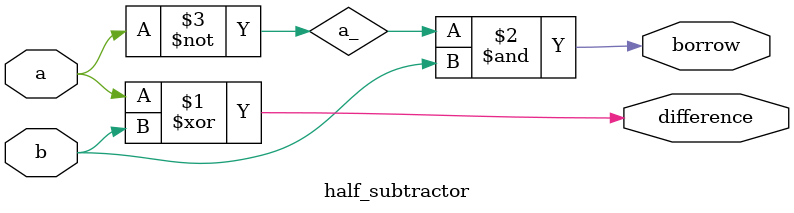
<source format=v>

module half_subtractor(input a, b, output difference, borrow);
not(a_, a);
xor(difference, a, b);
and(borrow, a_, b);
endmodule
</source>
